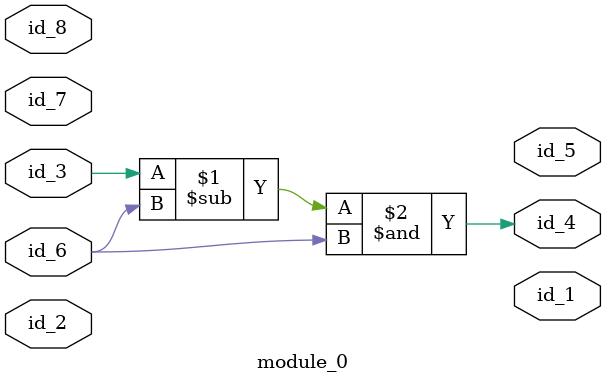
<source format=v>
`define pp_8 0
module module_0 (
    id_1,
    id_2,
    id_3,
    id_4,
    id_5,
    id_6,
    id_7,
    id_8
);
  input id_8;
  input id_7;
  inout id_6;
  output id_5;
  output id_4;
  inout id_3;
  inout id_2;
  output id_1;
  assign id_4 = id_3 - id_6 & id_6;
endmodule

</source>
